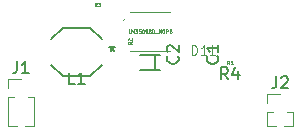
<source format=gbr>
G04 #@! TF.GenerationSoftware,KiCad,Pcbnew,(5.1.4)-1*
G04 #@! TF.CreationDate,2020-05-09T12:02:51-07:00*
G04 #@! TF.ProjectId,Kicad LED Rings_Circular_final,4b696361-6420-44c4-9544-2052696e6773,rev?*
G04 #@! TF.SameCoordinates,Original*
G04 #@! TF.FileFunction,Legend,Top*
G04 #@! TF.FilePolarity,Positive*
%FSLAX46Y46*%
G04 Gerber Fmt 4.6, Leading zero omitted, Abs format (unit mm)*
G04 Created by KiCad (PCBNEW (5.1.4)-1) date 2020-05-09 12:02:51*
%MOMM*%
%LPD*%
G04 APERTURE LIST*
%ADD10C,0.152400*%
%ADD11C,0.050000*%
%ADD12C,0.127000*%
%ADD13C,0.120000*%
%ADD14C,0.150000*%
%ADD15C,0.015000*%
G04 APERTURE END LIST*
D10*
X102261160Y-72618680D02*
X104515160Y-72618680D01*
X101261160Y-71668680D02*
X102261160Y-72618680D01*
X102261160Y-68564680D02*
X101261160Y-69514680D01*
X104515160Y-68564680D02*
X102261160Y-68564680D01*
X105515160Y-69514680D02*
X104515160Y-68564680D01*
X104515160Y-72618680D02*
X105515160Y-71668680D01*
D11*
X107358654Y-67903404D02*
G75*
G03X107395200Y-67760340I36546J66864D01*
G01*
X111277400Y-67160140D02*
X107924600Y-67160140D01*
X107924600Y-70512940D02*
X111277400Y-70512940D01*
D12*
X108753540Y-70822660D02*
X110053540Y-70822660D01*
X110053540Y-70822660D02*
X110453540Y-70822660D01*
X110453540Y-72072660D02*
X110053540Y-72072660D01*
X110053540Y-72072660D02*
X108753540Y-72072660D01*
X110053540Y-70822660D02*
X110053540Y-72072660D01*
D13*
X97570000Y-76865000D02*
X98372470Y-76865000D01*
X98987530Y-76865000D02*
X99790000Y-76865000D01*
X97570000Y-74390000D02*
X97570000Y-76865000D01*
X99790000Y-74390000D02*
X99790000Y-76865000D01*
X97570000Y-74390000D02*
X98116529Y-74390000D01*
X99243471Y-74390000D02*
X99790000Y-74390000D01*
X97570000Y-73630000D02*
X97570000Y-72870000D01*
X97570000Y-72870000D02*
X98680000Y-72870000D01*
X119501900Y-76864520D02*
X120304370Y-76864520D01*
X120919430Y-76864520D02*
X121721900Y-76864520D01*
X119501900Y-75659520D02*
X119501900Y-76864520D01*
X121721900Y-75659520D02*
X121721900Y-76864520D01*
X119501900Y-75659520D02*
X120048429Y-75659520D01*
X121175371Y-75659520D02*
X121721900Y-75659520D01*
X119501900Y-74899520D02*
X119501900Y-74139520D01*
X119501900Y-74139520D02*
X120611900Y-74139520D01*
D14*
X103221493Y-73324060D02*
X102745302Y-73324060D01*
X102745302Y-72324060D01*
X104078636Y-73324060D02*
X103507207Y-73324060D01*
X103792921Y-73324060D02*
X103792921Y-72324060D01*
X103697683Y-72466918D01*
X103602445Y-72562156D01*
X103507207Y-72609775D01*
X106404160Y-70044060D02*
X106404160Y-70282156D01*
X106166064Y-70186918D02*
X106404160Y-70282156D01*
X106642255Y-70186918D01*
X106261302Y-70472632D02*
X106404160Y-70282156D01*
X106547017Y-70472632D01*
X106404160Y-70044060D02*
X106404160Y-70282156D01*
X106166064Y-70186918D02*
X106404160Y-70282156D01*
X106642255Y-70186918D01*
X106261302Y-70472632D02*
X106404160Y-70282156D01*
X106547017Y-70472632D01*
D11*
X116317560Y-71630694D02*
X116217560Y-71487837D01*
X116146131Y-71630694D02*
X116146131Y-71330694D01*
X116260417Y-71330694D01*
X116288988Y-71344980D01*
X116303274Y-71359265D01*
X116317560Y-71387837D01*
X116317560Y-71430694D01*
X116303274Y-71459265D01*
X116288988Y-71473551D01*
X116260417Y-71487837D01*
X116146131Y-71487837D01*
X116603274Y-71630694D02*
X116431845Y-71630694D01*
X116517560Y-71630694D02*
X116517560Y-71330694D01*
X116488988Y-71373551D01*
X116460417Y-71402122D01*
X116431845Y-71416408D01*
X108036514Y-69724740D02*
X107893657Y-69824740D01*
X108036514Y-69896168D02*
X107736514Y-69896168D01*
X107736514Y-69781882D01*
X107750800Y-69753311D01*
X107765085Y-69739025D01*
X107793657Y-69724740D01*
X107836514Y-69724740D01*
X107865085Y-69739025D01*
X107879371Y-69753311D01*
X107893657Y-69781882D01*
X107893657Y-69896168D01*
X107765085Y-69610454D02*
X107750800Y-69596168D01*
X107736514Y-69567597D01*
X107736514Y-69496168D01*
X107750800Y-69467597D01*
X107765085Y-69453311D01*
X107793657Y-69439025D01*
X107822228Y-69439025D01*
X107865085Y-69453311D01*
X108036514Y-69624740D01*
X108036514Y-69439025D01*
X105085680Y-66715134D02*
X104985680Y-66572277D01*
X104914251Y-66715134D02*
X104914251Y-66415134D01*
X105028537Y-66415134D01*
X105057108Y-66429420D01*
X105071394Y-66443705D01*
X105085680Y-66472277D01*
X105085680Y-66515134D01*
X105071394Y-66543705D01*
X105057108Y-66557991D01*
X105028537Y-66572277D01*
X104914251Y-66572277D01*
X105185680Y-66415134D02*
X105371394Y-66415134D01*
X105271394Y-66529420D01*
X105314251Y-66529420D01*
X105342822Y-66543705D01*
X105357108Y-66557991D01*
X105371394Y-66586562D01*
X105371394Y-66657991D01*
X105357108Y-66686562D01*
X105342822Y-66700848D01*
X105314251Y-66715134D01*
X105228537Y-66715134D01*
X105199965Y-66700848D01*
X105185680Y-66686562D01*
X109372428Y-68672254D02*
X109372428Y-68915111D01*
X109386714Y-68943682D01*
X109401000Y-68957968D01*
X109429571Y-68972254D01*
X109486714Y-68972254D01*
X109515285Y-68957968D01*
X109529571Y-68943682D01*
X109543857Y-68915111D01*
X109543857Y-68672254D01*
X109843857Y-68972254D02*
X109672428Y-68972254D01*
X109758142Y-68972254D02*
X109758142Y-68672254D01*
X109729571Y-68715111D01*
X109701000Y-68743682D01*
X109672428Y-68757968D01*
X107929571Y-68972254D02*
X107786714Y-68972254D01*
X107786714Y-68672254D01*
X108029571Y-68972254D02*
X108029571Y-68672254D01*
X108129571Y-68886540D01*
X108229571Y-68672254D01*
X108229571Y-68972254D01*
X108343857Y-68672254D02*
X108529571Y-68672254D01*
X108429571Y-68786540D01*
X108472428Y-68786540D01*
X108501000Y-68800825D01*
X108515285Y-68815111D01*
X108529571Y-68843682D01*
X108529571Y-68915111D01*
X108515285Y-68943682D01*
X108501000Y-68957968D01*
X108472428Y-68972254D01*
X108386714Y-68972254D01*
X108358142Y-68957968D01*
X108343857Y-68943682D01*
X108801000Y-68672254D02*
X108658142Y-68672254D01*
X108643857Y-68815111D01*
X108658142Y-68800825D01*
X108686714Y-68786540D01*
X108758142Y-68786540D01*
X108786714Y-68800825D01*
X108801000Y-68815111D01*
X108815285Y-68843682D01*
X108815285Y-68915111D01*
X108801000Y-68943682D01*
X108786714Y-68957968D01*
X108758142Y-68972254D01*
X108686714Y-68972254D01*
X108658142Y-68957968D01*
X108643857Y-68943682D01*
X109001000Y-68672254D02*
X109029571Y-68672254D01*
X109058142Y-68686540D01*
X109072428Y-68700825D01*
X109086714Y-68729397D01*
X109101000Y-68786540D01*
X109101000Y-68857968D01*
X109086714Y-68915111D01*
X109072428Y-68943682D01*
X109058142Y-68957968D01*
X109029571Y-68972254D01*
X109001000Y-68972254D01*
X108972428Y-68957968D01*
X108958142Y-68943682D01*
X108943857Y-68915111D01*
X108929571Y-68857968D01*
X108929571Y-68786540D01*
X108943857Y-68729397D01*
X108958142Y-68700825D01*
X108972428Y-68686540D01*
X109001000Y-68672254D01*
X109243857Y-68972254D02*
X109301000Y-68972254D01*
X109329571Y-68957968D01*
X109343857Y-68943682D01*
X109372428Y-68900825D01*
X109386714Y-68843682D01*
X109386714Y-68729397D01*
X109372428Y-68700825D01*
X109358142Y-68686540D01*
X109329571Y-68672254D01*
X109272428Y-68672254D01*
X109243857Y-68686540D01*
X109229571Y-68700825D01*
X109215285Y-68729397D01*
X109215285Y-68800825D01*
X109229571Y-68829397D01*
X109243857Y-68843682D01*
X109272428Y-68857968D01*
X109329571Y-68857968D01*
X109358142Y-68843682D01*
X109372428Y-68829397D01*
X109386714Y-68800825D01*
X109501000Y-68957968D02*
X109543857Y-68972254D01*
X109615285Y-68972254D01*
X109643857Y-68957968D01*
X109658142Y-68943682D01*
X109672428Y-68915111D01*
X109672428Y-68886540D01*
X109658142Y-68857968D01*
X109643857Y-68843682D01*
X109615285Y-68829397D01*
X109558142Y-68815111D01*
X109529571Y-68800825D01*
X109515285Y-68786540D01*
X109501000Y-68757968D01*
X109501000Y-68729397D01*
X109515285Y-68700825D01*
X109529571Y-68686540D01*
X109558142Y-68672254D01*
X109629571Y-68672254D01*
X109672428Y-68686540D01*
X109801000Y-68972254D02*
X109801000Y-68672254D01*
X109872428Y-68672254D01*
X109915285Y-68686540D01*
X109943857Y-68715111D01*
X109958142Y-68743682D01*
X109972428Y-68800825D01*
X109972428Y-68843682D01*
X109958142Y-68900825D01*
X109943857Y-68929397D01*
X109915285Y-68957968D01*
X109872428Y-68972254D01*
X109801000Y-68972254D01*
X110029571Y-69000825D02*
X110258142Y-69000825D01*
X110329571Y-68972254D02*
X110329571Y-68672254D01*
X110501000Y-68972254D01*
X110501000Y-68672254D01*
X110701000Y-68672254D02*
X110758142Y-68672254D01*
X110786714Y-68686540D01*
X110815285Y-68715111D01*
X110829571Y-68772254D01*
X110829571Y-68872254D01*
X110815285Y-68929397D01*
X110786714Y-68957968D01*
X110758142Y-68972254D01*
X110701000Y-68972254D01*
X110672428Y-68957968D01*
X110643857Y-68929397D01*
X110629571Y-68872254D01*
X110629571Y-68772254D01*
X110643857Y-68715111D01*
X110672428Y-68686540D01*
X110701000Y-68672254D01*
X110958142Y-68972254D02*
X110958142Y-68672254D01*
X111072428Y-68672254D01*
X111101000Y-68686540D01*
X111115285Y-68700825D01*
X111129571Y-68729397D01*
X111129571Y-68772254D01*
X111115285Y-68800825D01*
X111101000Y-68815111D01*
X111072428Y-68829397D01*
X110958142Y-68829397D01*
X111358142Y-68815111D02*
X111401000Y-68829397D01*
X111415285Y-68843682D01*
X111429571Y-68872254D01*
X111429571Y-68915111D01*
X111415285Y-68943682D01*
X111401000Y-68957968D01*
X111372428Y-68972254D01*
X111258142Y-68972254D01*
X111258142Y-68672254D01*
X111358142Y-68672254D01*
X111386714Y-68686540D01*
X111401000Y-68700825D01*
X111415285Y-68729397D01*
X111415285Y-68757968D01*
X111401000Y-68786540D01*
X111386714Y-68800825D01*
X111358142Y-68815111D01*
X111258142Y-68815111D01*
X109601000Y-68672254D02*
X109601000Y-68743682D01*
X109529571Y-68715111D02*
X109601000Y-68743682D01*
X109672428Y-68715111D01*
X109558142Y-68800825D02*
X109601000Y-68743682D01*
X109643857Y-68800825D01*
D14*
X111937742Y-70941226D02*
X111985361Y-70988845D01*
X112032980Y-71131702D01*
X112032980Y-71226940D01*
X111985361Y-71369798D01*
X111890123Y-71465036D01*
X111794885Y-71512655D01*
X111604409Y-71560274D01*
X111461552Y-71560274D01*
X111271076Y-71512655D01*
X111175838Y-71465036D01*
X111080600Y-71369798D01*
X111032980Y-71226940D01*
X111032980Y-71131702D01*
X111080600Y-70988845D01*
X111128219Y-70941226D01*
X111128219Y-70560274D02*
X111080600Y-70512655D01*
X111032980Y-70417417D01*
X111032980Y-70179321D01*
X111080600Y-70084083D01*
X111128219Y-70036464D01*
X111223457Y-69988845D01*
X111318695Y-69988845D01*
X111461552Y-70036464D01*
X112032980Y-70607893D01*
X112032980Y-69988845D01*
X115293742Y-70941226D02*
X115341361Y-70988845D01*
X115388980Y-71131702D01*
X115388980Y-71226940D01*
X115341361Y-71369798D01*
X115246123Y-71465036D01*
X115150885Y-71512655D01*
X114960409Y-71560274D01*
X114817552Y-71560274D01*
X114627076Y-71512655D01*
X114531838Y-71465036D01*
X114436600Y-71369798D01*
X114388980Y-71226940D01*
X114388980Y-71131702D01*
X114436600Y-70988845D01*
X114484219Y-70941226D01*
X115388980Y-69988845D02*
X115388980Y-70560274D01*
X115388980Y-70274560D02*
X114388980Y-70274560D01*
X114531838Y-70369798D01*
X114627076Y-70465036D01*
X114674695Y-70560274D01*
D15*
X113159079Y-70811778D02*
X113159079Y-70021786D01*
X113347172Y-70021786D01*
X113460028Y-70059405D01*
X113535265Y-70134642D01*
X113572884Y-70209879D01*
X113610503Y-70360354D01*
X113610503Y-70473210D01*
X113572884Y-70623685D01*
X113535265Y-70698922D01*
X113460028Y-70774159D01*
X113347172Y-70811778D01*
X113159079Y-70811778D01*
X114362876Y-70811778D02*
X113911452Y-70811778D01*
X114137164Y-70811778D02*
X114137164Y-70021786D01*
X114061927Y-70134642D01*
X113986689Y-70209879D01*
X113911452Y-70247498D01*
X115115249Y-70811778D02*
X114663825Y-70811778D01*
X114889537Y-70811778D02*
X114889537Y-70021786D01*
X114814300Y-70134642D01*
X114739063Y-70209879D01*
X114663825Y-70247498D01*
D14*
X116200893Y-72892240D02*
X115867560Y-72416050D01*
X115629464Y-72892240D02*
X115629464Y-71892240D01*
X116010417Y-71892240D01*
X116105655Y-71939860D01*
X116153274Y-71987479D01*
X116200893Y-72082717D01*
X116200893Y-72225574D01*
X116153274Y-72320812D01*
X116105655Y-72368431D01*
X116010417Y-72416050D01*
X115629464Y-72416050D01*
X117058036Y-72225574D02*
X117058036Y-72892240D01*
X116819940Y-71844621D02*
X116581845Y-72558907D01*
X117200893Y-72558907D01*
X98346666Y-71387380D02*
X98346666Y-72101666D01*
X98299047Y-72244523D01*
X98203809Y-72339761D01*
X98060952Y-72387380D01*
X97965714Y-72387380D01*
X99346666Y-72387380D02*
X98775238Y-72387380D01*
X99060952Y-72387380D02*
X99060952Y-71387380D01*
X98965714Y-71530238D01*
X98870476Y-71625476D01*
X98775238Y-71673095D01*
X120278566Y-72656900D02*
X120278566Y-73371186D01*
X120230947Y-73514043D01*
X120135709Y-73609281D01*
X119992852Y-73656900D01*
X119897614Y-73656900D01*
X120707138Y-72752139D02*
X120754757Y-72704520D01*
X120849995Y-72656900D01*
X121088090Y-72656900D01*
X121183328Y-72704520D01*
X121230947Y-72752139D01*
X121278566Y-72847377D01*
X121278566Y-72942615D01*
X121230947Y-73085472D01*
X120659519Y-73656900D01*
X121278566Y-73656900D01*
M02*

</source>
